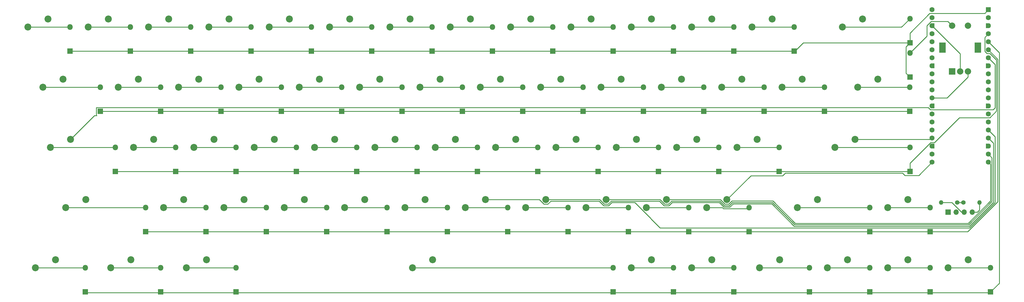
<source format=gbr>
G04 #@! TF.GenerationSoftware,KiCad,Pcbnew,8.0.5*
G04 #@! TF.CreationDate,2025-03-18T10:54:49-07:00*
G04 #@! TF.ProjectId,keyboard,6b657962-6f61-4726-942e-6b696361645f,rev?*
G04 #@! TF.SameCoordinates,Original*
G04 #@! TF.FileFunction,Copper,L2,Bot*
G04 #@! TF.FilePolarity,Positive*
%FSLAX46Y46*%
G04 Gerber Fmt 4.6, Leading zero omitted, Abs format (unit mm)*
G04 Created by KiCad (PCBNEW 8.0.5) date 2025-03-18 10:54:49*
%MOMM*%
%LPD*%
G01*
G04 APERTURE LIST*
G04 Aperture macros list*
%AMRoundRect*
0 Rectangle with rounded corners*
0 $1 Rounding radius*
0 $2 $3 $4 $5 $6 $7 $8 $9 X,Y pos of 4 corners*
0 Add a 4 corners polygon primitive as box body*
4,1,4,$2,$3,$4,$5,$6,$7,$8,$9,$2,$3,0*
0 Add four circle primitives for the rounded corners*
1,1,$1+$1,$2,$3*
1,1,$1+$1,$4,$5*
1,1,$1+$1,$6,$7*
1,1,$1+$1,$8,$9*
0 Add four rect primitives between the rounded corners*
20,1,$1+$1,$2,$3,$4,$5,0*
20,1,$1+$1,$4,$5,$6,$7,0*
20,1,$1+$1,$6,$7,$8,$9,0*
20,1,$1+$1,$8,$9,$2,$3,0*%
%AMFreePoly0*
4,1,28,0.605014,0.794986,0.644504,0.794986,0.724698,0.756366,0.780194,0.686777,0.800000,0.600000,0.800000,-0.600000,0.780194,-0.686777,0.724698,-0.756366,0.644504,-0.794986,0.605014,-0.794986,0.600000,-0.800000,0.000000,-0.800000,-0.178017,-0.779942,-0.347107,-0.720775,-0.498792,-0.625465,-0.625465,-0.498792,-0.720775,-0.347107,-0.779942,-0.178017,-0.800000,0.000000,-0.779942,0.178017,
-0.720775,0.347107,-0.625465,0.498792,-0.498792,0.625465,-0.347107,0.720775,-0.178017,0.779942,0.000000,0.800000,0.600000,0.800000,0.605014,0.794986,0.605014,0.794986,$1*%
%AMFreePoly1*
4,1,28,0.178017,0.779942,0.347107,0.720775,0.498792,0.625465,0.625465,0.498792,0.720775,0.347107,0.779942,0.178017,0.800000,0.000000,0.779942,-0.178017,0.720775,-0.347107,0.625465,-0.498792,0.498792,-0.625465,0.347107,-0.720775,0.178017,-0.779942,0.000000,-0.800000,-0.600000,-0.800000,-0.605014,-0.794986,-0.644504,-0.794986,-0.724698,-0.756366,-0.780194,-0.686777,-0.800000,-0.600000,
-0.800000,0.600000,-0.780194,0.686777,-0.724698,0.756366,-0.644504,0.794986,-0.605014,0.794986,-0.600000,0.800000,0.000000,0.800000,0.178017,0.779942,0.178017,0.779942,$1*%
G04 Aperture macros list end*
G04 #@! TA.AperFunction,ComponentPad*
%ADD10C,2.200000*%
G04 #@! TD*
G04 #@! TA.AperFunction,ComponentPad*
%ADD11R,1.700000X1.700000*%
G04 #@! TD*
G04 #@! TA.AperFunction,ComponentPad*
%ADD12O,1.700000X1.700000*%
G04 #@! TD*
G04 #@! TA.AperFunction,ComponentPad*
%ADD13C,1.400000*%
G04 #@! TD*
G04 #@! TA.AperFunction,ComponentPad*
%ADD14O,1.400000X1.400000*%
G04 #@! TD*
G04 #@! TA.AperFunction,ComponentPad*
%ADD15R,2.000000X2.000000*%
G04 #@! TD*
G04 #@! TA.AperFunction,ComponentPad*
%ADD16C,2.000000*%
G04 #@! TD*
G04 #@! TA.AperFunction,ComponentPad*
%ADD17R,2.000000X3.200000*%
G04 #@! TD*
G04 #@! TA.AperFunction,ComponentPad*
%ADD18R,1.800000X1.800000*%
G04 #@! TD*
G04 #@! TA.AperFunction,ComponentPad*
%ADD19O,1.800000X1.800000*%
G04 #@! TD*
G04 #@! TA.AperFunction,ComponentPad*
%ADD20RoundRect,0.200000X0.600000X0.600000X-0.600000X0.600000X-0.600000X-0.600000X0.600000X-0.600000X0*%
G04 #@! TD*
G04 #@! TA.AperFunction,ComponentPad*
%ADD21C,1.600000*%
G04 #@! TD*
G04 #@! TA.AperFunction,ComponentPad*
%ADD22FreePoly0,180.000000*%
G04 #@! TD*
G04 #@! TA.AperFunction,ComponentPad*
%ADD23FreePoly1,180.000000*%
G04 #@! TD*
G04 #@! TA.AperFunction,Conductor*
%ADD24C,0.250000*%
G04 #@! TD*
G04 APERTURE END LIST*
D10*
X323402500Y-137545000D03*
X317052500Y-140085000D03*
X218627500Y-156595000D03*
X212277500Y-159135000D03*
X356740000Y-99445000D03*
X350390000Y-101985000D03*
X199577500Y-156595000D03*
X193227500Y-159135000D03*
X266252500Y-137545000D03*
X259902500Y-140085000D03*
X194815000Y-99445000D03*
X188465000Y-101985000D03*
X318640000Y-118495000D03*
X312290000Y-121035000D03*
X237677500Y-156595000D03*
X231327500Y-159135000D03*
X271015000Y-99445000D03*
X264665000Y-101985000D03*
X304352500Y-137545000D03*
X298002500Y-140085000D03*
X309115000Y-99445000D03*
X302765000Y-101985000D03*
X111471250Y-156595000D03*
X105121250Y-159135000D03*
X204340000Y-118495000D03*
X197990000Y-121035000D03*
X275777500Y-156595000D03*
X269427500Y-159135000D03*
X104327500Y-118495000D03*
X97977500Y-121035000D03*
X354358750Y-137545000D03*
X348008750Y-140085000D03*
X161477500Y-156595000D03*
X155127500Y-159135000D03*
X290065000Y-99445000D03*
X283715000Y-101985000D03*
X313877500Y-156595000D03*
X307527500Y-159135000D03*
X209102500Y-137545000D03*
X202752500Y-140085000D03*
X256727500Y-156595000D03*
X250377500Y-159135000D03*
X290065000Y-175645000D03*
X283715000Y-178185000D03*
X185290000Y-118495000D03*
X178940000Y-121035000D03*
X149571250Y-175645000D03*
X143221250Y-178185000D03*
X223390000Y-118495000D03*
X217040000Y-121035000D03*
X351977500Y-175645000D03*
X345627500Y-178185000D03*
X280540000Y-118495000D03*
X274190000Y-121035000D03*
X371027500Y-175645000D03*
X364677500Y-178185000D03*
X294827500Y-156595000D03*
X288477500Y-159135000D03*
D11*
X383712500Y-160500000D03*
D12*
X386252500Y-160500000D03*
X388792500Y-160500000D03*
X391332500Y-160500000D03*
D10*
X128140000Y-118495000D03*
X121790000Y-121035000D03*
X261490000Y-118495000D03*
X255140000Y-121035000D03*
X166240000Y-118495000D03*
X159890000Y-121035000D03*
X137665000Y-99445000D03*
X131315000Y-101985000D03*
X151952500Y-137545000D03*
X145602500Y-140085000D03*
X361502500Y-118495000D03*
X355152500Y-121035000D03*
X242440000Y-118495000D03*
X236090000Y-121035000D03*
X132902500Y-137545000D03*
X126552500Y-140085000D03*
X309115000Y-175645000D03*
X302765000Y-178185000D03*
X337690000Y-118495000D03*
X331340000Y-121035000D03*
X371027500Y-156595000D03*
X364677500Y-159135000D03*
D13*
X388500000Y-157500000D03*
D14*
X393580000Y-157500000D03*
D10*
X251965000Y-99445000D03*
X245615000Y-101985000D03*
X171002500Y-137545000D03*
X164652500Y-140085000D03*
X118615000Y-99445000D03*
X112265000Y-101985000D03*
X330546250Y-175645000D03*
X324196250Y-178185000D03*
X125758750Y-175645000D03*
X119408750Y-178185000D03*
X156715000Y-99445000D03*
X150365000Y-101985000D03*
X285302500Y-137545000D03*
X278952500Y-140085000D03*
D15*
X385000000Y-116000000D03*
D16*
X390000000Y-116000000D03*
X387500000Y-116000000D03*
D17*
X381900000Y-108500000D03*
X393100000Y-108500000D03*
D16*
X390000000Y-101500000D03*
X385000000Y-101500000D03*
D10*
X232915000Y-99445000D03*
X226565000Y-101985000D03*
X106708750Y-137545000D03*
X100358750Y-140085000D03*
X328165000Y-99445000D03*
X321815000Y-101985000D03*
X101946250Y-175645000D03*
X95596250Y-178185000D03*
X213865000Y-99445000D03*
X207515000Y-101985000D03*
X299590000Y-118495000D03*
X293240000Y-121035000D03*
X190052500Y-137545000D03*
X183702500Y-140085000D03*
X228152500Y-137545000D03*
X221802500Y-140085000D03*
X390077500Y-175645000D03*
X383727500Y-178185000D03*
X142427500Y-156595000D03*
X136077500Y-159135000D03*
X99565000Y-99445000D03*
X93215000Y-101985000D03*
X221009000Y-175645000D03*
X214659000Y-178185000D03*
X175765000Y-99445000D03*
X169415000Y-101985000D03*
X180527500Y-156595000D03*
X174177500Y-159135000D03*
D13*
X386600000Y-157500000D03*
D14*
X381520000Y-157500000D03*
D10*
X342452500Y-156595000D03*
X336102500Y-159135000D03*
X247202500Y-137545000D03*
X240852500Y-140085000D03*
X147190000Y-118495000D03*
X140840000Y-121035000D03*
D18*
X330387500Y-147705000D03*
D19*
X330387500Y-140085000D03*
D18*
X292287500Y-147705000D03*
D19*
X292287500Y-140085000D03*
D18*
X149412500Y-166755000D03*
D19*
X149412500Y-159135000D03*
D18*
X135125000Y-185805000D03*
D19*
X135125000Y-178185000D03*
D18*
X358962500Y-185805000D03*
D19*
X358962500Y-178185000D03*
D18*
X371650000Y-117810000D03*
D19*
X371650000Y-110190000D03*
D18*
X306575000Y-128655000D03*
D19*
X306575000Y-121035000D03*
D18*
X268475000Y-128655000D03*
D19*
X268475000Y-121035000D03*
D18*
X106550000Y-109605000D03*
D19*
X106550000Y-101985000D03*
D18*
X173225000Y-128655000D03*
D19*
X173225000Y-121035000D03*
D18*
X125600000Y-109605000D03*
D19*
X125600000Y-101985000D03*
D18*
X339912500Y-185805000D03*
D19*
X339912500Y-178185000D03*
D18*
X254187500Y-147705000D03*
D19*
X254187500Y-140085000D03*
D18*
X397062500Y-185805000D03*
D19*
X397062500Y-178185000D03*
D18*
X278000000Y-109605000D03*
D19*
X278000000Y-101985000D03*
D20*
X396427500Y-96480000D03*
D21*
X396427500Y-99020000D03*
D22*
X396427500Y-101560000D03*
D21*
X396427500Y-104100000D03*
X396427500Y-106640000D03*
X396427500Y-109180000D03*
X396427500Y-111720000D03*
D22*
X396427500Y-114260000D03*
D21*
X396427500Y-116800000D03*
X396427500Y-119340000D03*
X396427500Y-121880000D03*
X396427500Y-124420000D03*
D22*
X396427500Y-126960000D03*
D21*
X396427500Y-129500000D03*
X396427500Y-132040000D03*
X396427500Y-134580000D03*
X396427500Y-137120000D03*
D22*
X396427500Y-139660000D03*
D21*
X396427500Y-142200000D03*
X396427500Y-144740000D03*
X378647500Y-144740000D03*
X378647500Y-142200000D03*
D23*
X378647500Y-139660000D03*
D21*
X378647500Y-137120000D03*
X378647500Y-134580000D03*
X378647500Y-132040000D03*
X378647500Y-129500000D03*
D23*
X378647500Y-126960000D03*
D21*
X378647500Y-124420000D03*
X378647500Y-121880000D03*
X378647500Y-119340000D03*
X378647500Y-116800000D03*
D23*
X378647500Y-114260000D03*
D21*
X378647500Y-111720000D03*
X378647500Y-109180000D03*
X378647500Y-106640000D03*
X378647500Y-104100000D03*
D23*
X378647500Y-101560000D03*
D21*
X378647500Y-99020000D03*
X378647500Y-96480000D03*
D18*
X144650000Y-109605000D03*
D19*
X144650000Y-101985000D03*
D18*
X335150000Y-109605000D03*
D19*
X335150000Y-101985000D03*
D18*
X187512500Y-166755000D03*
D19*
X187512500Y-159135000D03*
D18*
X344675000Y-128655000D03*
D19*
X344675000Y-121035000D03*
D18*
X177987500Y-147705000D03*
D19*
X177987500Y-140085000D03*
D18*
X154175000Y-128655000D03*
D19*
X154175000Y-121035000D03*
D18*
X216087500Y-147705000D03*
D19*
X216087500Y-140085000D03*
D18*
X378012500Y-185805000D03*
D19*
X378012500Y-178185000D03*
D18*
X230375000Y-128655000D03*
D19*
X230375000Y-121035000D03*
D18*
X201800000Y-109605000D03*
D19*
X201800000Y-101985000D03*
D18*
X168462500Y-166755000D03*
D19*
X168462500Y-159135000D03*
D18*
X297050000Y-185805000D03*
D19*
X297050000Y-178185000D03*
D18*
X325625000Y-128655000D03*
D19*
X325625000Y-121035000D03*
D18*
X258950000Y-109605000D03*
D19*
X258950000Y-101985000D03*
D18*
X358962500Y-166755000D03*
D19*
X358962500Y-159135000D03*
D18*
X244662500Y-166755000D03*
D19*
X244662500Y-159135000D03*
D18*
X273237500Y-147705000D03*
D19*
X273237500Y-140085000D03*
D18*
X263712500Y-166755000D03*
D19*
X263712500Y-159135000D03*
D18*
X130362500Y-166755000D03*
D19*
X130362500Y-159135000D03*
D18*
X297050000Y-109605000D03*
D19*
X297050000Y-101985000D03*
D18*
X182750000Y-109605000D03*
D19*
X182750000Y-101985000D03*
D18*
X225612500Y-166755000D03*
D19*
X225612500Y-159135000D03*
D18*
X371650000Y-106965000D03*
D19*
X371650000Y-99345000D03*
D18*
X120837500Y-147705000D03*
D19*
X120837500Y-140085000D03*
D18*
X135125000Y-128655000D03*
D19*
X135125000Y-121035000D03*
D18*
X206562500Y-166755000D03*
D19*
X206562500Y-159135000D03*
D18*
X371650000Y-147705000D03*
D19*
X371650000Y-140085000D03*
D18*
X211325000Y-128655000D03*
D19*
X211325000Y-121035000D03*
D18*
X311337500Y-147705000D03*
D19*
X311337500Y-140085000D03*
D18*
X111312500Y-185805000D03*
D19*
X111312500Y-178185000D03*
D18*
X282762500Y-166755000D03*
D19*
X282762500Y-159135000D03*
D18*
X278000000Y-185805000D03*
D19*
X278000000Y-178185000D03*
D18*
X316100000Y-109605000D03*
D19*
X316100000Y-101985000D03*
D18*
X235137500Y-147705000D03*
D19*
X235137500Y-140085000D03*
D18*
X320862500Y-166755000D03*
D19*
X320862500Y-159135000D03*
D18*
X378012500Y-166755000D03*
D19*
X378012500Y-159135000D03*
D18*
X371649500Y-128655000D03*
D19*
X371649500Y-121035000D03*
D18*
X220850000Y-109605000D03*
D19*
X220850000Y-101985000D03*
D18*
X239900000Y-109605000D03*
D19*
X239900000Y-101985000D03*
D18*
X158937500Y-147705000D03*
D19*
X158937500Y-140085000D03*
D18*
X116075000Y-128655000D03*
D19*
X116075000Y-121035000D03*
D18*
X249425000Y-128655000D03*
D19*
X249425000Y-121035000D03*
D18*
X163700000Y-109605000D03*
D19*
X163700000Y-101985000D03*
D18*
X197037500Y-147705000D03*
D19*
X197037500Y-140085000D03*
D18*
X192275000Y-128655000D03*
D19*
X192275000Y-121035000D03*
D18*
X301812500Y-166755000D03*
D19*
X301812500Y-159135000D03*
D18*
X316100000Y-185805000D03*
D19*
X316100000Y-178185000D03*
D18*
X139887500Y-147705000D03*
D19*
X139887500Y-140085000D03*
D18*
X287525000Y-128655000D03*
D19*
X287525000Y-121035000D03*
D18*
X158937500Y-185805000D03*
D19*
X158937500Y-178185000D03*
D24*
X377430000Y-127430000D02*
X378095031Y-128095031D01*
X114850000Y-129850000D02*
X114850000Y-127430000D01*
X115000000Y-130000000D02*
X114850000Y-129850000D01*
X396427500Y-111983833D02*
X396427500Y-111720000D01*
X378095031Y-128095031D02*
X397904969Y-128095031D01*
X398500000Y-127500000D02*
X398500000Y-113792500D01*
X106708750Y-137545000D02*
X114253750Y-130000000D01*
X397904969Y-128095031D02*
X398500000Y-127500000D01*
X114850000Y-127430000D02*
X377430000Y-127430000D01*
X114253750Y-130000000D02*
X115000000Y-130000000D01*
X398500000Y-113792500D02*
X396427500Y-111720000D01*
X284822245Y-157495000D02*
X289912500Y-162585255D01*
X292753743Y-165500000D02*
X390500000Y-165500000D01*
X256137245Y-158020000D02*
X257317755Y-158020000D01*
X390500000Y-165500000D02*
X398500000Y-157500000D01*
X277529151Y-157495000D02*
X284822245Y-157495000D01*
X275000849Y-158470000D02*
X276554151Y-158470000D01*
X398500000Y-136652500D02*
X396427500Y-134580000D01*
X237677500Y-156595000D02*
X254712245Y-156595000D01*
X258292755Y-157045000D02*
X273575849Y-157045000D01*
X254712245Y-156595000D02*
X256137245Y-158020000D01*
X276554151Y-158470000D02*
X277529151Y-157495000D01*
X257317755Y-158020000D02*
X258292755Y-157045000D01*
X398500000Y-157500000D02*
X398500000Y-136652500D01*
X289912500Y-162585255D02*
X289912500Y-162658757D01*
X289912500Y-162658757D02*
X292753743Y-165500000D01*
X273575849Y-157045000D02*
X275000849Y-158470000D01*
X277342755Y-157045000D02*
X292625849Y-157045000D01*
X315862792Y-157910000D02*
X328062296Y-157910000D01*
X296579151Y-157495000D02*
X311489453Y-157495000D01*
X292625849Y-157045000D02*
X294050849Y-158470000D01*
X335152296Y-165000000D02*
X390363604Y-165000000D01*
X256727500Y-156595000D02*
X273762245Y-156595000D01*
X328062296Y-157910000D02*
X335152296Y-165000000D01*
X294050849Y-158470000D02*
X295604151Y-158470000D01*
X390363604Y-165000000D02*
X398002500Y-157361104D01*
X295604151Y-158470000D02*
X296579151Y-157495000D01*
X276367755Y-158020000D02*
X277342755Y-157045000D01*
X398002500Y-138695000D02*
X396427500Y-137120000D01*
X312944453Y-158950000D02*
X314822792Y-158950000D01*
X311489453Y-157495000D02*
X312944453Y-158950000D01*
X275187245Y-158020000D02*
X276367755Y-158020000D01*
X314822792Y-158950000D02*
X315862792Y-157910000D01*
X273762245Y-156595000D02*
X275187245Y-158020000D01*
X398002500Y-157361104D02*
X398002500Y-138695000D01*
X314636396Y-158500000D02*
X313130849Y-158500000D01*
X328248692Y-157460000D02*
X315676396Y-157460000D01*
X390227208Y-164500000D02*
X335288692Y-164500000D01*
X397552500Y-157174708D02*
X390227208Y-164500000D01*
X295417755Y-158020000D02*
X294237245Y-158020000D01*
X396427500Y-142200000D02*
X397552500Y-143325000D01*
X335288692Y-164500000D02*
X328248692Y-157460000D01*
X315676396Y-157460000D02*
X314636396Y-158500000D01*
X292812245Y-156595000D02*
X275777500Y-156595000D01*
X397552500Y-143325000D02*
X397552500Y-157174708D01*
X296392755Y-157045000D02*
X295417755Y-158020000D01*
X294237245Y-158020000D02*
X292812245Y-156595000D01*
X311675849Y-157045000D02*
X296392755Y-157045000D01*
X313130849Y-158500000D02*
X311675849Y-157045000D01*
X311862245Y-156595000D02*
X313287245Y-158020000D01*
X315490000Y-157010000D02*
X328435088Y-157010000D01*
X314480000Y-158020000D02*
X315490000Y-157010000D01*
X313287245Y-158020000D02*
X314480000Y-158020000D01*
X328435088Y-157010000D02*
X335475088Y-164050000D01*
X335475088Y-164050000D02*
X390040812Y-164050000D01*
X397102500Y-156988312D02*
X397102500Y-145415000D01*
X397102500Y-145415000D02*
X396427500Y-144740000D01*
X390040812Y-164050000D02*
X397102500Y-156988312D01*
X294827500Y-156595000D02*
X311862245Y-156595000D01*
X332345000Y-148155000D02*
X369345000Y-148155000D01*
X331500000Y-149000000D02*
X332345000Y-148155000D01*
X370120000Y-148930000D02*
X374457500Y-148930000D01*
X369345000Y-148155000D02*
X370120000Y-148930000D01*
X321472500Y-149000000D02*
X331500000Y-149000000D01*
X313877500Y-156595000D02*
X321472500Y-149000000D01*
X374457500Y-148930000D02*
X378647500Y-144740000D01*
X354358750Y-137545000D02*
X378222500Y-137545000D01*
X378222500Y-137545000D02*
X378647500Y-137120000D01*
X395302500Y-97605000D02*
X396427500Y-96480000D01*
X371650000Y-106965000D02*
X370425000Y-108190000D01*
X106550000Y-109605000D02*
X335150000Y-109605000D01*
X370425000Y-116585000D02*
X371650000Y-117810000D01*
X377895000Y-97605000D02*
X395302500Y-97605000D01*
X335150000Y-109605000D02*
X335395000Y-109605000D01*
X338035000Y-106965000D02*
X371650000Y-106965000D01*
X370425000Y-108190000D02*
X370425000Y-116585000D01*
X371650000Y-103850000D02*
X377895000Y-97605000D01*
X371650000Y-106965000D02*
X371650000Y-103850000D01*
X335395000Y-109605000D02*
X338035000Y-106965000D01*
X344675000Y-128655000D02*
X371649500Y-128655000D01*
X116075000Y-128655000D02*
X344675000Y-128655000D01*
X371650000Y-147705000D02*
X371650000Y-145059436D01*
X396893491Y-130625000D02*
X398950000Y-128568491D01*
X398950000Y-128568491D02*
X398950000Y-112338896D01*
X371650000Y-145059436D02*
X378209436Y-138500000D01*
X395302500Y-109645991D02*
X395302500Y-105225000D01*
X396916104Y-110305000D02*
X395961509Y-110305000D01*
X378209436Y-138500000D02*
X379370722Y-138500000D01*
X379370722Y-138500000D02*
X387245722Y-130625000D01*
X395302500Y-105225000D02*
X396427500Y-104100000D01*
X395961509Y-110305000D02*
X395302500Y-109645991D01*
X387245722Y-130625000D02*
X396893491Y-130625000D01*
X398950000Y-112338896D02*
X396916104Y-110305000D01*
X120837500Y-147705000D02*
X330387500Y-147705000D01*
X330387500Y-147705000D02*
X371650000Y-147705000D01*
X378012500Y-166755000D02*
X389881396Y-166755000D01*
X389881396Y-166755000D02*
X399400000Y-157236396D01*
X399400000Y-157236396D02*
X399400000Y-112152500D01*
X130362500Y-166755000D02*
X378012500Y-166755000D01*
X399400000Y-112152500D02*
X396427500Y-109180000D01*
X378012500Y-166755000D02*
X378000000Y-166742500D01*
X378000000Y-166742500D02*
X378000000Y-166500000D01*
X111507500Y-186000000D02*
X396867500Y-186000000D01*
X399850000Y-183017500D02*
X399850000Y-110062500D01*
X397062500Y-185805000D02*
X399850000Y-183017500D01*
X396867500Y-186000000D02*
X397062500Y-185805000D01*
X111312500Y-185805000D02*
X111507500Y-186000000D01*
X399850000Y-110062500D02*
X396427500Y-106640000D01*
X93215000Y-101985000D02*
X106550000Y-101985000D01*
X112265000Y-101985000D02*
X125600000Y-101985000D01*
X131315000Y-101985000D02*
X144650000Y-101985000D01*
X150365000Y-101985000D02*
X163700000Y-101985000D01*
X169415000Y-101985000D02*
X182750000Y-101985000D01*
X188465000Y-101985000D02*
X201800000Y-101985000D01*
X207515000Y-101985000D02*
X220850000Y-101985000D01*
X226565000Y-101985000D02*
X239900000Y-101985000D01*
X245615000Y-101985000D02*
X258950000Y-101985000D01*
X264665000Y-101985000D02*
X278000000Y-101985000D01*
X283715000Y-101985000D02*
X297050000Y-101985000D01*
X302765000Y-101985000D02*
X316100000Y-101985000D01*
X321815000Y-101985000D02*
X335150000Y-101985000D01*
X350390000Y-101985000D02*
X369010000Y-101985000D01*
X369010000Y-101985000D02*
X371650000Y-99345000D01*
X97977500Y-121035000D02*
X116075000Y-121035000D01*
X121790000Y-121035000D02*
X135125000Y-121035000D01*
X140840000Y-121035000D02*
X154175000Y-121035000D01*
X159890000Y-121035000D02*
X173225000Y-121035000D01*
X178940000Y-121035000D02*
X192275000Y-121035000D01*
X197990000Y-121035000D02*
X211325000Y-121035000D01*
X217040000Y-121035000D02*
X230375000Y-121035000D01*
X236090000Y-121035000D02*
X249425000Y-121035000D01*
X255140000Y-121035000D02*
X268475000Y-121035000D01*
X274190000Y-121035000D02*
X287525000Y-121035000D01*
X293240000Y-121035000D02*
X306575000Y-121035000D01*
X312290000Y-121035000D02*
X325625000Y-121035000D01*
X331340000Y-121035000D02*
X344675000Y-121035000D01*
X355152500Y-121035000D02*
X371649500Y-121035000D01*
X100358750Y-140085000D02*
X120837500Y-140085000D01*
X126552500Y-140085000D02*
X139887500Y-140085000D01*
X145602500Y-140085000D02*
X158937500Y-140085000D01*
X164652500Y-140085000D02*
X177987500Y-140085000D01*
X183702500Y-140085000D02*
X197037500Y-140085000D01*
X202752500Y-140085000D02*
X216087500Y-140085000D01*
X221802500Y-140085000D02*
X235137500Y-140085000D01*
X240852500Y-140085000D02*
X254187500Y-140085000D01*
X259902500Y-140085000D02*
X273237500Y-140085000D01*
X278952500Y-140085000D02*
X292287500Y-140085000D01*
X298002500Y-140085000D02*
X311337500Y-140085000D01*
X317052500Y-140085000D02*
X330387500Y-140085000D01*
X348008750Y-140085000D02*
X371650000Y-140085000D01*
X105121250Y-159135000D02*
X130362500Y-159135000D01*
X136077500Y-159135000D02*
X149412500Y-159135000D01*
X155127500Y-159135000D02*
X168462500Y-159135000D01*
X174177500Y-159135000D02*
X187512500Y-159135000D01*
X193227500Y-159135000D02*
X206562500Y-159135000D01*
X212277500Y-159135000D02*
X225612500Y-159135000D01*
X231327500Y-159135000D02*
X244662500Y-159135000D01*
X250377500Y-159135000D02*
X263712500Y-159135000D01*
X269427500Y-159135000D02*
X282762500Y-159135000D01*
X288477500Y-159135000D02*
X301812500Y-159135000D01*
X312493057Y-159135000D02*
X312758057Y-159400000D01*
X312758057Y-159400000D02*
X320597500Y-159400000D01*
X307527500Y-159135000D02*
X312493057Y-159135000D01*
X307527500Y-159135000D02*
X307892500Y-159500000D01*
X320497500Y-159500000D02*
X320862500Y-159135000D01*
X320597500Y-159400000D02*
X320862500Y-159135000D01*
X336102500Y-159135000D02*
X358962500Y-159135000D01*
X364677500Y-159135000D02*
X378012500Y-159135000D01*
X95596250Y-178185000D02*
X111312500Y-178185000D01*
X119408750Y-178185000D02*
X135125000Y-178185000D01*
X143221250Y-178185000D02*
X158937500Y-178185000D01*
X214659000Y-178185000D02*
X278000000Y-178185000D01*
X283715000Y-178185000D02*
X297050000Y-178185000D01*
X302765000Y-178185000D02*
X316100000Y-178185000D01*
X324196250Y-178185000D02*
X339912500Y-178185000D01*
X345627500Y-178185000D02*
X358962500Y-178185000D01*
X364677500Y-178185000D02*
X378012500Y-178185000D01*
X383727500Y-178185000D02*
X397062500Y-178185000D01*
X377000000Y-101500000D02*
X378355000Y-100145000D01*
X371650000Y-110190000D02*
X377000000Y-104840000D01*
X383645000Y-100145000D02*
X385000000Y-101500000D01*
X378355000Y-100145000D02*
X383645000Y-100145000D01*
X377000000Y-104840000D02*
X377000000Y-101500000D01*
X387500000Y-110412500D02*
X387500000Y-116000000D01*
X378647500Y-101560000D02*
X387500000Y-110412500D01*
X392954416Y-160500000D02*
X391332500Y-160500000D01*
X393580000Y-157500000D02*
X393580000Y-159874416D01*
X393580000Y-159874416D02*
X392954416Y-160500000D01*
X388500000Y-157500000D02*
X386600000Y-157500000D01*
X387914201Y-160500000D02*
X388792500Y-160500000D01*
X381520000Y-157500000D02*
X384914201Y-157500000D01*
X384914201Y-157500000D02*
X387914201Y-160500000D01*
X378647500Y-124420000D02*
X383354937Y-124420000D01*
X390000000Y-117774937D02*
X390000000Y-116000000D01*
X383354937Y-124420000D02*
X390000000Y-117774937D01*
M02*

</source>
